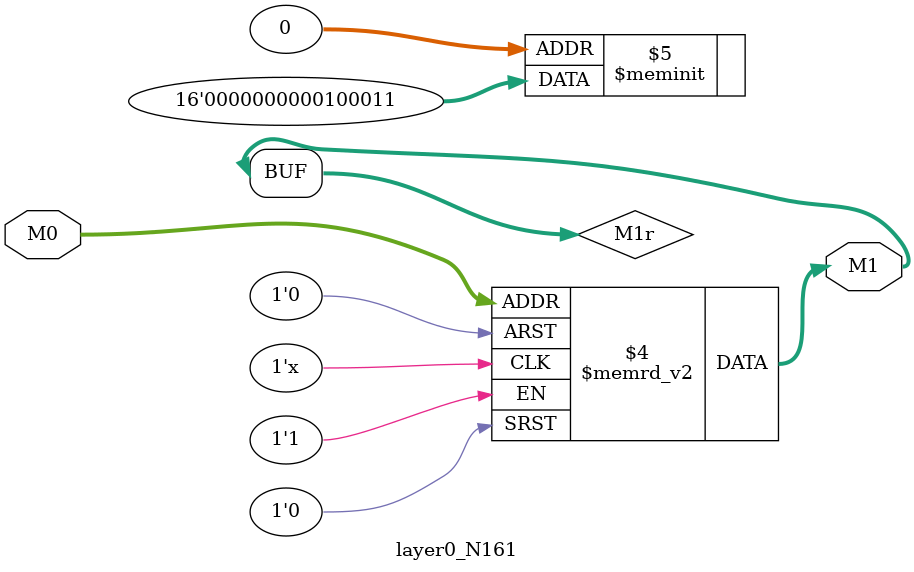
<source format=v>
module layer0_N161 ( input [2:0] M0, output [1:0] M1 );

	(*rom_style = "distributed" *) reg [1:0] M1r;
	assign M1 = M1r;
	always @ (M0) begin
		case (M0)
			3'b000: M1r = 2'b11;
			3'b100: M1r = 2'b00;
			3'b010: M1r = 2'b10;
			3'b110: M1r = 2'b00;
			3'b001: M1r = 2'b00;
			3'b101: M1r = 2'b00;
			3'b011: M1r = 2'b00;
			3'b111: M1r = 2'b00;

		endcase
	end
endmodule

</source>
